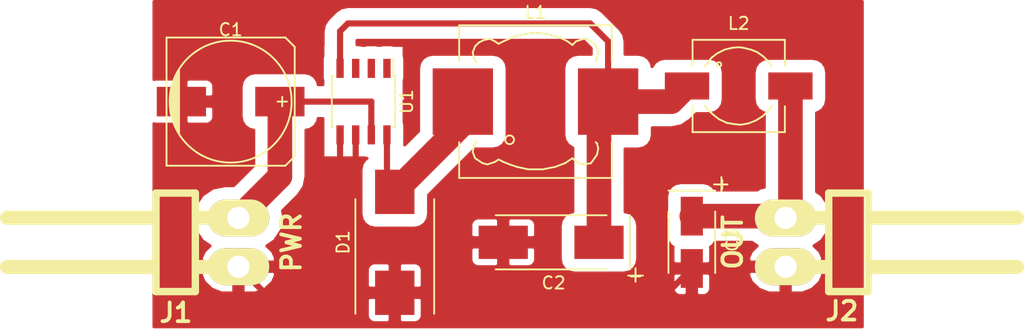
<source format=kicad_pcb>
(kicad_pcb (version 4) (host pcbnew "(after 2015-mar-04 BZR unknown)-product")

  (general
    (links 16)
    (no_connects 0)
    (area 107.375999 77.561 191.074001 107.5032)
    (thickness 1.6)
    (drawings 0)
    (tracks 46)
    (zones 0)
    (modules 9)
    (nets 6)
  )

  (page A4)
  (layers
    (0 F.Cu signal)
    (31 B.Cu signal)
    (32 B.Adhes user)
    (33 F.Adhes user)
    (34 B.Paste user)
    (35 F.Paste user)
    (36 B.SilkS user)
    (37 F.SilkS user)
    (38 B.Mask user)
    (39 F.Mask user)
    (40 Dwgs.User user)
    (41 Cmts.User user)
    (42 Eco1.User user)
    (43 Eco2.User user)
    (44 Edge.Cuts user)
  )

  (setup
    (last_trace_width 0.254)
    (user_trace_width 0.5)
    (user_trace_width 0.508)
    (user_trace_width 1)
    (user_trace_width 1.5)
    (user_trace_width 2)
    (user_trace_width 3)
    (user_trace_width 4)
    (user_trace_width 5)
    (trace_clearance 0.254)
    (zone_clearance 1)
    (zone_45_only no)
    (trace_min 0.254)
    (segment_width 0.2)
    (edge_width 0.1)
    (via_size 0.889)
    (via_drill 0.635)
    (via_min_size 0.889)
    (via_min_drill 0.508)
    (user_via 1.7 0.8)
    (uvia_size 0.508)
    (uvia_drill 0.127)
    (uvias_allowed no)
    (uvia_min_size 0.508)
    (uvia_min_drill 0.127)
    (pcb_text_width 0.3)
    (pcb_text_size 1.5 1.5)
    (mod_edge_width 0.15)
    (mod_text_size 1 1)
    (mod_text_width 0.15)
    (pad_size 2.2 2.2)
    (pad_drill 1.2)
    (pad_to_mask_clearance 0)
    (aux_axis_origin 0 0)
    (visible_elements 7FFFFFFF)
    (pcbplotparams
      (layerselection 0x00030_80000001)
      (usegerberextensions true)
      (excludeedgelayer true)
      (linewidth 0.150000)
      (plotframeref false)
      (viasonmask false)
      (mode 1)
      (useauxorigin false)
      (hpglpennumber 1)
      (hpglpenspeed 20)
      (hpglpendiameter 15)
      (hpglpenoverlay 2)
      (psnegative false)
      (psa4output false)
      (plotreference true)
      (plotvalue true)
      (plotinvisibletext false)
      (padsonsilk false)
      (subtractmaskfromsilk false)
      (outputformat 1)
      (mirror false)
      (drillshape 1)
      (scaleselection 1)
      (outputdirectory ""))
  )

  (net 0 "")
  (net 1 VDD)
  (net 2 GND)
  (net 3 "Net-(C2-Pad1)")
  (net 4 VCC)
  (net 5 "Net-(D1-Pad2)")

  (net_class Default "This is the default net class."
    (clearance 0.254)
    (trace_width 0.254)
    (via_dia 0.889)
    (via_drill 0.635)
    (uvia_dia 0.508)
    (uvia_drill 0.127)
    (add_net GND)
    (add_net "Net-(C2-Pad1)")
    (add_net "Net-(D1-Pad2)")
    (add_net VCC)
    (add_net VDD)
  )

  (module Capacitors_SMD:c_elec_10x10.5 (layer F.Cu) (tedit 0) (tstamp 55499713)
    (at 126.365 88.9)
    (descr "SMT capacitor, aluminium electrolytic, 10x10.5")
    (path /55493188)
    (fp_text reference C1 (at 0 -5.842) (layer F.SilkS)
      (effects (font (size 1 1) (thickness 0.15)))
    )
    (fp_text value 100uF/63V (at 0 5.842) (layer F.Fab)
      (effects (font (size 1 1) (thickness 0.15)))
    )
    (fp_line (start -4.826 1.016) (end -4.826 -1.016) (layer F.SilkS) (width 0.15))
    (fp_line (start -4.699 -1.397) (end -4.699 1.524) (layer F.SilkS) (width 0.15))
    (fp_line (start -4.572 1.778) (end -4.572 -1.778) (layer F.SilkS) (width 0.15))
    (fp_line (start -4.445 -2.159) (end -4.445 2.159) (layer F.SilkS) (width 0.15))
    (fp_line (start -4.318 2.413) (end -4.318 -2.413) (layer F.SilkS) (width 0.15))
    (fp_line (start -4.191 -2.54) (end -4.191 2.54) (layer F.SilkS) (width 0.15))
    (fp_circle (center 0 0) (end 4.953 0) (layer F.SilkS) (width 0.15))
    (fp_line (start -5.207 -5.207) (end -5.207 5.207) (layer F.SilkS) (width 0.15))
    (fp_line (start -5.207 5.207) (end 4.445 5.207) (layer F.SilkS) (width 0.15))
    (fp_line (start 4.445 5.207) (end 5.207 4.445) (layer F.SilkS) (width 0.15))
    (fp_line (start 5.207 4.445) (end 5.207 -4.445) (layer F.SilkS) (width 0.15))
    (fp_line (start 5.207 -4.445) (end 4.445 -5.207) (layer F.SilkS) (width 0.15))
    (fp_line (start 4.445 -5.207) (end -5.207 -5.207) (layer F.SilkS) (width 0.15))
    (fp_line (start 4.572 0) (end 3.81 0) (layer F.SilkS) (width 0.15))
    (fp_line (start 4.191 -0.381) (end 4.191 0.381) (layer F.SilkS) (width 0.15))
    (pad 1 smd rect (at 4.0005 0) (size 4.0005 2.4003) (layers F.Cu F.Paste F.Mask)
      (net 1 VDD))
    (pad 2 smd rect (at -4.0005 0) (size 4.0005 2.4003) (layers F.Cu F.Paste F.Mask)
      (net 2 GND))
    (model Capacitors_SMD.3dshapes/c_elec_10x10.5.wrl
      (at (xyz 0 0 0))
      (scale (xyz 1 1 1))
      (rotate (xyz 0 0 0))
    )
  )

  (module Capacitors_Tantalum_SMD:TantalC_SizeD_EIA-7343_HandSoldering (layer F.Cu) (tedit 0) (tstamp 5549971F)
    (at 152.4 100.33 180)
    (descr "Tantal Cap. , Size D, EIA-7343, Hand Soldering,")
    (tags "Tantal Cap. , Size D, EIA-7343, Hand Soldering,")
    (path /54950B42)
    (attr smd)
    (fp_text reference C2 (at -0.20066 -3.29946 180) (layer F.SilkS)
      (effects (font (size 1 1) (thickness 0.15)))
    )
    (fp_text value "220uF/10V Tantalum" (at -0.09906 3.59918 180) (layer F.Fab)
      (effects (font (size 1 1) (thickness 0.15)))
    )
    (fp_line (start -6.40334 -2.19964) (end -6.40334 2.19964) (layer F.SilkS) (width 0.15))
    (fp_line (start -4.50088 2.19964) (end 4.50088 2.19964) (layer F.SilkS) (width 0.15))
    (fp_line (start 4.50088 -2.19964) (end -4.50088 -2.19964) (layer F.SilkS) (width 0.15))
    (fp_text user + (at -6.85546 -2.70002 180) (layer F.SilkS)
      (effects (font (size 1 1) (thickness 0.15)))
    )
    (fp_line (start -6.858 -3.20294) (end -6.858 -2.10312) (layer F.SilkS) (width 0.15))
    (fp_line (start -7.45744 -2.70256) (end -6.25856 -2.70256) (layer F.SilkS) (width 0.15))
    (pad 2 smd rect (at 3.88874 0 180) (size 4.0005 2.70002) (layers F.Cu F.Paste F.Mask)
      (net 2 GND))
    (pad 1 smd rect (at -3.88874 0 180) (size 4.0005 2.70002) (layers F.Cu F.Paste F.Mask)
      (net 3 "Net-(C2-Pad1)"))
    (model Capacitors_Tantalum_SMD.3dshapes/TantalC_SizeD_EIA-7343_HandSoldering.wrl
      (at (xyz 0 0 0))
      (scale (xyz 1 1 1))
      (rotate (xyz 0 0 180))
    )
  )

  (module Capacitors_Tantalum_SMD:TantalC_SizeB_EIA-3528_HandSoldering (layer F.Cu) (tedit 0) (tstamp 5549972B)
    (at 163.83 100.33 270)
    (descr "Tantal Cap. , Size B, EIA-3528, Hand Soldering,")
    (tags "Tantal Cap. , Size B, EIA-3528, Hand Soldering,")
    (path /55493076)
    (attr smd)
    (fp_text reference C3 (at -0.20066 -3.29946 270) (layer F.SilkS)
      (effects (font (size 1 1) (thickness 0.15)))
    )
    (fp_text value "100uF/6.3V Tantalum" (at -0.09906 3.59918 270) (layer F.Fab)
      (effects (font (size 1 1) (thickness 0.15)))
    )
    (fp_text user + (at -4.70154 -2.4003 270) (layer F.SilkS)
      (effects (font (size 1 1) (thickness 0.15)))
    )
    (fp_line (start -4.20116 -1.89992) (end -4.20116 1.89992) (layer F.SilkS) (width 0.15))
    (fp_line (start 2.49936 -1.89992) (end -2.49936 -1.89992) (layer F.SilkS) (width 0.15))
    (fp_line (start 2.49682 1.89992) (end -2.5019 1.89992) (layer F.SilkS) (width 0.15))
    (fp_line (start -4.70408 -2.90322) (end -4.70408 -1.8034) (layer F.SilkS) (width 0.15))
    (fp_line (start -5.30352 -2.40284) (end -4.10464 -2.40284) (layer F.SilkS) (width 0.15))
    (pad 2 smd rect (at 2.12598 0 270) (size 3.1496 1.80086) (layers F.Cu F.Paste F.Mask)
      (net 2 GND))
    (pad 1 smd rect (at -2.12598 0 270) (size 3.1496 1.80086) (layers F.Cu F.Paste F.Mask)
      (net 4 VCC))
    (model Capacitors_Tantalum_SMD.3dshapes/TantalC_SizeB_EIA-3528_HandSoldering.wrl
      (at (xyz 0 0 0))
      (scale (xyz 1 1 1))
      (rotate (xyz 0 0 180))
    )
  )

  (module Diodes_SMD:Diode-DO-214AB_Handsoldering (layer F.Cu) (tedit 55429DAE) (tstamp 55499737)
    (at 139.7 100.33 90)
    (descr "Jedec DO-214AB diode package. Designed according to Fairchild SS32 datasheet.")
    (tags "DO-214AB diode Handsoldering")
    (path /54950B41)
    (fp_text reference D1 (at 0 -4.2 90) (layer F.SilkS)
      (effects (font (size 1 1) (thickness 0.15)))
    )
    (fp_text value SS14 (at 0 4.6 90) (layer F.Fab)
      (effects (font (size 1 1) (thickness 0.15)))
    )
    (fp_line (start -6.15 -3.45) (end 6.15 -3.45) (layer F.CrtYd) (width 0.05))
    (fp_line (start 6.15 -3.45) (end 6.15 3.45) (layer F.CrtYd) (width 0.05))
    (fp_line (start 6.15 3.45) (end -6.15 3.45) (layer F.CrtYd) (width 0.05))
    (fp_line (start -6.15 3.45) (end -6.15 -3.45) (layer F.CrtYd) (width 0.05))
    (fp_line (start 3.5 3.2) (end -5.8 3.2) (layer F.SilkS) (width 0.15))
    (fp_line (start -5.8 -3.2) (end 3.5 -3.2) (layer F.SilkS) (width 0.15))
    (pad 2 smd rect (at 4.1 0 90) (size 3.6 3.2) (layers F.Cu F.Paste F.Mask)
      (net 5 "Net-(D1-Pad2)"))
    (pad 1 smd rect (at -4.1 0 90) (size 3.6 3.2) (layers F.Cu F.Paste F.Mask)
      (net 2 GND))
    (model Diodes_SMD.3dshapes/Diode-DO-214AB.wrl
      (at (xyz 0 0 0))
      (scale (xyz 0.39 0.39 0.39))
      (rotate (xyz 0 0 180))
    )
  )

  (module suf_connector_ncw:CONN_NCW396-02R (layer F.Cu) (tedit 5559C303) (tstamp 55499745)
    (at 127 100.33 90)
    (path /54950B37)
    (fp_text reference J1 (at -5.715 -5.08 180) (layer F.SilkS)
      (effects (font (thickness 0.3048)))
    )
    (fp_text value PWR (at 0 4.3 90) (layer F.SilkS)
      (effects (font (thickness 0.3048)))
    )
    (fp_line (start 2 -7) (end 2 -18.8) (layer F.SilkS) (width 1.14))
    (fp_line (start -2 -7) (end -2 -18.8) (layer F.SilkS) (width 1.14))
    (fp_line (start 2 0) (end 2 -3.2) (layer F.SilkS) (width 1.14))
    (fp_line (start -2 0) (end -2 -3.2) (layer F.SilkS) (width 1.14))
    (fp_line (start -4 -3.5) (end -4 -6.7) (layer F.SilkS) (width 0.6))
    (fp_line (start 4 -3.5) (end 4 -6.7) (layer F.SilkS) (width 0.6))
    (fp_line (start -4.0005 -6.6995) (end 4.0005 -6.6995) (layer F.SilkS) (width 0.6))
    (fp_line (start -4.0005 -3.50126) (end 4.0005 -3.50126) (layer F.SilkS) (width 0.6))
    (pad 1 thru_hole oval (at -1.9812 0 90) (size 2.99974 5.00126) (drill 1.80086) (layers *.Cu *.Mask F.SilkS)
      (net 2 GND))
    (pad 2 thru_hole oval (at 1.9812 0 90) (size 2.99974 5.00126) (drill 1.80086) (layers *.Cu *.Mask F.SilkS)
      (net 1 VDD))
  )

  (module suf_connector_ncw:CONN_NCW396-02R (layer F.Cu) (tedit 5559C2F7) (tstamp 55499753)
    (at 171.45 100.33 270)
    (path /5549955A)
    (fp_text reference J2 (at 5.588 -4.572 360) (layer F.SilkS)
      (effects (font (thickness 0.3048)))
    )
    (fp_text value OUT (at 0 4.3 270) (layer F.SilkS)
      (effects (font (thickness 0.3048)))
    )
    (fp_line (start 2 -7) (end 2 -18.8) (layer F.SilkS) (width 1.14))
    (fp_line (start -2 -7) (end -2 -18.8) (layer F.SilkS) (width 1.14))
    (fp_line (start 2 0) (end 2 -3.2) (layer F.SilkS) (width 1.14))
    (fp_line (start -2 0) (end -2 -3.2) (layer F.SilkS) (width 1.14))
    (fp_line (start -4 -3.5) (end -4 -6.7) (layer F.SilkS) (width 0.6))
    (fp_line (start 4 -3.5) (end 4 -6.7) (layer F.SilkS) (width 0.6))
    (fp_line (start -4.0005 -6.6995) (end 4.0005 -6.6995) (layer F.SilkS) (width 0.6))
    (fp_line (start -4.0005 -3.50126) (end 4.0005 -3.50126) (layer F.SilkS) (width 0.6))
    (pad 1 thru_hole oval (at -1.9812 0 270) (size 2.99974 5.00126) (drill 1.80086) (layers *.Cu *.Mask F.SilkS)
      (net 4 VCC))
    (pad 2 thru_hole oval (at 1.9812 0 270) (size 2.99974 5.00126) (drill 1.80086) (layers *.Cu *.Mask F.SilkS)
      (net 2 GND))
  )

  (module Choke_SMD:Choke_SMD_Wuerth-WE-PD-Typ-LS_Handsoldering (layer F.Cu) (tedit 5559C2E8) (tstamp 55499798)
    (at 151.13 88.9)
    (descr "Choke, Drossel, WE-PD Typ LS, Wuerth, SMD, Handsoldering,")
    (tags "Choke, Drossel, WE-PD Typ LS, Wuerth, SMD, Handsoldering,")
    (path /54950B40)
    (attr smd)
    (fp_text reference L1 (at 0 -7.239) (layer F.SilkS)
      (effects (font (size 1 1) (thickness 0.15)))
    )
    (fp_text value 100uH (at 0 8.89) (layer F.Fab)
      (effects (font (size 1 1) (thickness 0.15)))
    )
    (fp_circle (center 0 0) (end 0.8 0) (layer F.Adhes) (width 0.3048))
    (fp_circle (center 0 0) (end 0.6 0) (layer F.Adhes) (width 0.3048))
    (fp_circle (center 0 0) (end 0.3 0) (layer F.Adhes) (width 0.3048))
    (fp_circle (center 0 0) (end 0.1 0) (layer F.Adhes) (width 0.3048))
    (fp_circle (center -2.10058 3.0988) (end -1.84912 3.35026) (layer F.SilkS) (width 0.15))
    (fp_line (start 4.89966 3.29946) (end 5.00126 3.40106) (layer F.SilkS) (width 0.15))
    (fp_line (start 5.00126 3.40106) (end 5.10032 3.79984) (layer F.SilkS) (width 0.15))
    (fp_line (start 5.10032 3.79984) (end 5.00126 4.30022) (layer F.SilkS) (width 0.15))
    (fp_line (start 5.00126 4.30022) (end 4.8006 4.59994) (layer F.SilkS) (width 0.15))
    (fp_line (start 4.8006 4.59994) (end 4.50088 5.00126) (layer F.SilkS) (width 0.15))
    (fp_line (start 4.50088 5.00126) (end 4.0005 5.10032) (layer F.SilkS) (width 0.15))
    (fp_line (start 4.0005 5.10032) (end 3.50012 5.00126) (layer F.SilkS) (width 0.15))
    (fp_line (start 3.50012 5.00126) (end 3.0988 4.699) (layer F.SilkS) (width 0.15))
    (fp_line (start 3.0988 4.699) (end 2.99974 4.59994) (layer F.SilkS) (width 0.15))
    (fp_line (start 2.99974 4.59994) (end 2.4003 5.00126) (layer F.SilkS) (width 0.15))
    (fp_line (start 2.4003 5.00126) (end 1.6002 5.30098) (layer F.SilkS) (width 0.15))
    (fp_line (start 1.6002 5.30098) (end 0.59944 5.4991) (layer F.SilkS) (width 0.15))
    (fp_line (start 0.59944 5.4991) (end -0.59944 5.4991) (layer F.SilkS) (width 0.15))
    (fp_line (start -0.59944 5.4991) (end -1.50114 5.30098) (layer F.SilkS) (width 0.15))
    (fp_line (start -1.50114 5.30098) (end -2.10058 5.10032) (layer F.SilkS) (width 0.15))
    (fp_line (start -2.10058 5.10032) (end -2.60096 4.89966) (layer F.SilkS) (width 0.15))
    (fp_line (start -2.60096 4.89966) (end -2.99974 4.699) (layer F.SilkS) (width 0.15))
    (fp_line (start -2.99974 4.699) (end -3.29946 4.89966) (layer F.SilkS) (width 0.15))
    (fp_line (start -3.29946 4.89966) (end -3.8989 5.10032) (layer F.SilkS) (width 0.15))
    (fp_line (start -3.8989 5.10032) (end -4.30022 5.00126) (layer F.SilkS) (width 0.15))
    (fp_line (start -4.30022 5.00126) (end -4.59994 4.8006) (layer F.SilkS) (width 0.15))
    (fp_line (start -4.59994 4.8006) (end -4.89966 4.59994) (layer F.SilkS) (width 0.15))
    (fp_line (start -4.89966 4.59994) (end -5.10032 4.09956) (layer F.SilkS) (width 0.15))
    (fp_line (start -5.10032 4.09956) (end -5.00126 3.59918) (layer F.SilkS) (width 0.15))
    (fp_line (start -5.00126 3.59918) (end -4.8006 3.2004) (layer F.SilkS) (width 0.15))
    (fp_line (start 4.89966 -3.29946) (end 5.00126 -3.59918) (layer F.SilkS) (width 0.15))
    (fp_line (start 5.00126 -3.59918) (end 5.10032 -4.0005) (layer F.SilkS) (width 0.15))
    (fp_line (start 5.10032 -4.0005) (end 5.00126 -4.30022) (layer F.SilkS) (width 0.15))
    (fp_line (start 5.00126 -4.30022) (end 4.8006 -4.699) (layer F.SilkS) (width 0.15))
    (fp_line (start 4.8006 -4.699) (end 4.50088 -4.89966) (layer F.SilkS) (width 0.15))
    (fp_line (start 4.50088 -4.89966) (end 4.20116 -5.10032) (layer F.SilkS) (width 0.15))
    (fp_line (start 4.20116 -5.10032) (end 3.8989 -5.10032) (layer F.SilkS) (width 0.15))
    (fp_line (start 3.8989 -5.10032) (end 3.59918 -5.00126) (layer F.SilkS) (width 0.15))
    (fp_line (start 3.59918 -5.00126) (end 3.29946 -4.89966) (layer F.SilkS) (width 0.15))
    (fp_line (start 3.29946 -4.89966) (end 2.99974 -4.59994) (layer F.SilkS) (width 0.15))
    (fp_line (start 2.99974 -4.59994) (end 2.60096 -4.89966) (layer F.SilkS) (width 0.15))
    (fp_line (start 2.60096 -4.89966) (end 2.19964 -5.10032) (layer F.SilkS) (width 0.15))
    (fp_line (start 2.19964 -5.10032) (end 1.69926 -5.30098) (layer F.SilkS) (width 0.15))
    (fp_line (start 1.69926 -5.30098) (end 0.89916 -5.4991) (layer F.SilkS) (width 0.15))
    (fp_line (start 0.89916 -5.4991) (end 0 -5.6007) (layer F.SilkS) (width 0.15))
    (fp_line (start 0 -5.6007) (end -0.8001 -5.4991) (layer F.SilkS) (width 0.15))
    (fp_line (start -0.8001 -5.4991) (end -1.69926 -5.30098) (layer F.SilkS) (width 0.15))
    (fp_line (start -1.69926 -5.30098) (end -2.60096 -4.89966) (layer F.SilkS) (width 0.15))
    (fp_line (start -2.60096 -4.89966) (end -2.99974 -4.699) (layer F.SilkS) (width 0.15))
    (fp_line (start -2.99974 -4.699) (end -3.29946 -4.89966) (layer F.SilkS) (width 0.15))
    (fp_line (start -3.29946 -4.89966) (end -3.70078 -5.10032) (layer F.SilkS) (width 0.15))
    (fp_line (start -3.70078 -5.10032) (end -4.20116 -5.00126) (layer F.SilkS) (width 0.15))
    (fp_line (start -4.20116 -5.00126) (end -4.59994 -4.8006) (layer F.SilkS) (width 0.15))
    (fp_line (start -4.59994 -4.8006) (end -4.89966 -4.50088) (layer F.SilkS) (width 0.15))
    (fp_line (start -4.89966 -4.50088) (end -5.10032 -4.0005) (layer F.SilkS) (width 0.15))
    (fp_line (start -5.10032 -4.0005) (end -5.00126 -3.50012) (layer F.SilkS) (width 0.15))
    (fp_line (start -5.00126 -3.50012) (end -4.8006 -3.2004) (layer F.SilkS) (width 0.15))
    (fp_line (start -6.20014 3.29946) (end -6.20014 6.20014) (layer F.SilkS) (width 0.15))
    (fp_line (start -6.20014 6.20014) (end 6.20014 6.20014) (layer F.SilkS) (width 0.15))
    (fp_line (start 6.20014 6.20014) (end 6.20014 3.29946) (layer F.SilkS) (width 0.15))
    (fp_line (start 6.20014 -6.20014) (end -6.20014 -6.20014) (layer F.SilkS) (width 0.15))
    (fp_line (start -6.20014 -6.20014) (end -6.20014 -3.29946) (layer F.SilkS) (width 0.15))
    (fp_line (start 6.20014 -6.20014) (end 6.20014 -3.29946) (layer F.SilkS) (width 0.15))
    (pad 1 smd rect (at -5.90042 0) (size 4.89966 5.40004) (layers F.Cu F.Paste F.Mask)
      (net 5 "Net-(D1-Pad2)"))
    (pad 2 smd rect (at 5.90042 0) (size 4.89966 5.40004) (layers F.Cu F.Paste F.Mask)
      (net 3 "Net-(C2-Pad1)"))
  )

  (module Choke_SMD:Choke_SMD_Wuerth-WE-PD-Typ-M-Typ-S_Handsoldering (layer F.Cu) (tedit 5559C2DD) (tstamp 554997BC)
    (at 167.64 87.63)
    (descr "Choke, Drossel, WE-PD, Typ M, Typ S, Wuerth, SMD, Handsoldering,")
    (tags "Choke, Drossel, WE-PD, Typ M, Typ S, Wuerth, SMD, Handsoldering,")
    (path /55493044)
    (attr smd)
    (fp_text reference L2 (at 0 -5.08) (layer F.SilkS)
      (effects (font (size 1 1) (thickness 0.15)))
    )
    (fp_text value 3.3uH (at 0 8.89) (layer F.Fab)
      (effects (font (size 1 1) (thickness 0.15)))
    )
    (fp_circle (center -1.6002 -1.75006) (end -1.50114 -1.6002) (layer F.SilkS) (width 0.15))
    (fp_line (start -2.75082 1.6002) (end -2.49936 1.95072) (layer F.SilkS) (width 0.15))
    (fp_line (start -2.49936 1.95072) (end -2.04978 2.3495) (layer F.SilkS) (width 0.15))
    (fp_line (start -2.04978 2.3495) (end -1.6002 2.70002) (layer F.SilkS) (width 0.15))
    (fp_line (start -1.6002 2.70002) (end -0.94996 2.99974) (layer F.SilkS) (width 0.15))
    (fp_line (start -0.94996 2.99974) (end -0.35052 3.0988) (layer F.SilkS) (width 0.15))
    (fp_line (start -0.35052 3.0988) (end 0.14986 3.1496) (layer F.SilkS) (width 0.15))
    (fp_line (start 0.14986 3.1496) (end 0.7493 3.05054) (layer F.SilkS) (width 0.15))
    (fp_line (start 0.7493 3.05054) (end 1.39954 2.79908) (layer F.SilkS) (width 0.15))
    (fp_line (start 1.39954 2.79908) (end 1.95072 2.4511) (layer F.SilkS) (width 0.15))
    (fp_line (start 1.95072 2.4511) (end 2.4003 1.99898) (layer F.SilkS) (width 0.15))
    (fp_line (start 2.4003 1.99898) (end 2.70002 1.6002) (layer F.SilkS) (width 0.15))
    (fp_line (start 2.70002 -1.6002) (end 2.4511 -1.95072) (layer F.SilkS) (width 0.15))
    (fp_line (start 2.4511 -1.95072) (end 1.99898 -2.4003) (layer F.SilkS) (width 0.15))
    (fp_line (start 1.99898 -2.4003) (end 1.50114 -2.75082) (layer F.SilkS) (width 0.15))
    (fp_line (start 1.50114 -2.75082) (end 1.00076 -2.94894) (layer F.SilkS) (width 0.15))
    (fp_line (start 1.00076 -2.94894) (end 0.39878 -3.0988) (layer F.SilkS) (width 0.15))
    (fp_line (start 0.39878 -3.0988) (end 0 -3.1496) (layer F.SilkS) (width 0.15))
    (fp_line (start 0 -3.1496) (end -0.55118 -3.0988) (layer F.SilkS) (width 0.15))
    (fp_line (start -0.55118 -3.0988) (end -1.15062 -2.94894) (layer F.SilkS) (width 0.15))
    (fp_line (start -1.15062 -2.94894) (end -1.75006 -2.64922) (layer F.SilkS) (width 0.15))
    (fp_line (start -1.75006 -2.64922) (end -2.19964 -2.30124) (layer F.SilkS) (width 0.15))
    (fp_line (start -2.19964 -2.30124) (end -2.55016 -1.84912) (layer F.SilkS) (width 0.15))
    (fp_line (start -2.55016 -1.84912) (end -2.75082 -1.6002) (layer F.SilkS) (width 0.15))
    (fp_line (start 3.74904 -3.74904) (end 3.74904 -1.651) (layer F.SilkS) (width 0.15))
    (fp_line (start -3.74904 1.651) (end -3.74904 3.74904) (layer F.SilkS) (width 0.15))
    (fp_line (start -3.74904 3.74904) (end 3.74904 3.74904) (layer F.SilkS) (width 0.15))
    (fp_line (start 3.74904 3.74904) (end 3.74904 1.651) (layer F.SilkS) (width 0.15))
    (fp_line (start 3.74904 -3.74904) (end -3.74904 -3.74904) (layer F.SilkS) (width 0.15))
    (fp_line (start -3.74904 -3.74904) (end -3.74904 -1.651) (layer F.SilkS) (width 0.15))
    (pad 1 smd rect (at -4.20116 0) (size 3.59918 2.19964) (layers F.Cu F.Paste F.Mask)
      (net 3 "Net-(C2-Pad1)"))
    (pad 2 smd rect (at 4.20116 0) (size 3.59918 2.19964) (layers F.Cu F.Paste F.Mask)
      (net 4 VCC))
  )

  (module Housings_SOIC:SOIC-8_3.9x4.9mm_Pitch1.27mm (layer F.Cu) (tedit 54130A77) (tstamp 554997D3)
    (at 137.16 88.9 270)
    (descr "8-Lead Plastic Small Outline (SN) - Narrow, 3.90 mm Body [SOIC] (see Microchip Packaging Specification 00000049BS.pdf)")
    (tags "SOIC 1.27")
    (path /54950B3E)
    (attr smd)
    (fp_text reference U1 (at 0 -3.5 270) (layer F.SilkS)
      (effects (font (size 1 1) (thickness 0.15)))
    )
    (fp_text value LM2594HVM-3.3 (at 0 3.5 270) (layer F.Fab)
      (effects (font (size 1 1) (thickness 0.15)))
    )
    (fp_line (start -3.75 -2.75) (end -3.75 2.75) (layer F.CrtYd) (width 0.05))
    (fp_line (start 3.75 -2.75) (end 3.75 2.75) (layer F.CrtYd) (width 0.05))
    (fp_line (start -3.75 -2.75) (end 3.75 -2.75) (layer F.CrtYd) (width 0.05))
    (fp_line (start -3.75 2.75) (end 3.75 2.75) (layer F.CrtYd) (width 0.05))
    (fp_line (start -2.075 -2.575) (end -2.075 -2.43) (layer F.SilkS) (width 0.15))
    (fp_line (start 2.075 -2.575) (end 2.075 -2.43) (layer F.SilkS) (width 0.15))
    (fp_line (start 2.075 2.575) (end 2.075 2.43) (layer F.SilkS) (width 0.15))
    (fp_line (start -2.075 2.575) (end -2.075 2.43) (layer F.SilkS) (width 0.15))
    (fp_line (start -2.075 -2.575) (end 2.075 -2.575) (layer F.SilkS) (width 0.15))
    (fp_line (start -2.075 2.575) (end 2.075 2.575) (layer F.SilkS) (width 0.15))
    (fp_line (start -2.075 -2.43) (end -3.475 -2.43) (layer F.SilkS) (width 0.15))
    (pad 1 smd rect (at -2.7 -1.905 270) (size 1.55 0.6) (layers F.Cu F.Paste F.Mask))
    (pad 2 smd rect (at -2.7 -0.635 270) (size 1.55 0.6) (layers F.Cu F.Paste F.Mask))
    (pad 3 smd rect (at -2.7 0.635 270) (size 1.55 0.6) (layers F.Cu F.Paste F.Mask))
    (pad 4 smd rect (at -2.7 1.905 270) (size 1.55 0.6) (layers F.Cu F.Paste F.Mask)
      (net 3 "Net-(C2-Pad1)"))
    (pad 5 smd rect (at 2.7 1.905 270) (size 1.55 0.6) (layers F.Cu F.Paste F.Mask)
      (net 2 GND))
    (pad 6 smd rect (at 2.7 0.635 270) (size 1.55 0.6) (layers F.Cu F.Paste F.Mask)
      (net 2 GND))
    (pad 7 smd rect (at 2.7 -0.635 270) (size 1.55 0.6) (layers F.Cu F.Paste F.Mask)
      (net 1 VDD))
    (pad 8 smd rect (at 2.7 -1.905 270) (size 1.55 0.6) (layers F.Cu F.Paste F.Mask)
      (net 5 "Net-(D1-Pad2)"))
    (model Housings_SOIC.3dshapes/SOIC-8_3.9x4.9mm_Pitch1.27mm.wrl
      (at (xyz 0 0 0))
      (scale (xyz 1 1 1))
      (rotate (xyz 0 0 0))
    )
  )

  (segment (start 137.795 88.9) (end 137.795 91.6) (width 0.5) (layer F.Cu) (net 1) (tstamp 554ADDCB))
  (segment (start 130.3655 88.9) (end 137.795 88.9) (width 0.5) (layer F.Cu) (net 1))
  (segment (start 130.3655 94.9833) (end 130.3655 88.9) (width 2) (layer F.Cu) (net 1) (tstamp 554ADDD9))
  (segment (start 127 98.3488) (end 130.3655 94.9833) (width 2) (layer F.Cu) (net 1))
  (segment (start 139.6005 104.3305) (end 139.7 104.43) (width 0.5) (layer F.Cu) (net 2) (tstamp 554A8232))
  (segment (start 136.525 104.3305) (end 139.6005 104.3305) (width 0.5) (layer F.Cu) (net 2) (tstamp 554A823D))
  (segment (start 135.255 104.3305) (end 136.525 104.3305) (width 0.5) (layer F.Cu) (net 2) (tstamp 554A8252))
  (segment (start 136.525 104.14) (end 136.525 104.3305) (width 0.5) (layer F.Cu) (net 2) (tstamp 554A823C))
  (segment (start 136.525 104.3305) (end 136.525 104.14) (width 0.5) (layer F.Cu) (net 2) (tstamp 554A8239))
  (segment (start 136.525 91.6) (end 136.525 104.3305) (width 0.5) (layer F.Cu) (net 2))
  (segment (start 135.255 104.14) (end 135.255 104.3305) (width 0.5) (layer F.Cu) (net 2) (tstamp 554A8251))
  (segment (start 135.255 104.3305) (end 135.255 104.14) (width 0.5) (layer F.Cu) (net 2) (tstamp 554A824D))
  (segment (start 135.255 91.6) (end 135.255 104.3305) (width 0.5) (layer F.Cu) (net 2))
  (segment (start 161.85598 104.43) (end 163.83 102.45598) (width 0.5) (layer F.Cu) (net 2) (tstamp 554A825D))
  (segment (start 148.59 104.43) (end 161.85598 104.43) (width 0.5) (layer F.Cu) (net 2) (tstamp 554A826A))
  (segment (start 139.7 104.43) (end 148.59 104.43) (width 0.5) (layer F.Cu) (net 2))
  (segment (start 148.59 100.40874) (end 148.51126 100.33) (width 0.5) (layer F.Cu) (net 2) (tstamp 554A826C))
  (segment (start 148.59 104.43) (end 148.59 100.40874) (width 0.5) (layer F.Cu) (net 2))
  (segment (start 163.97478 102.3112) (end 163.83 102.45598) (width 0.5) (layer F.Cu) (net 2) (tstamp 554A827A))
  (segment (start 171.45 102.3112) (end 163.97478 102.3112) (width 0.5) (layer F.Cu) (net 2))
  (segment (start 129.0193 104.3305) (end 127 102.3112) (width 0.5) (layer F.Cu) (net 2) (tstamp 554ADE3C))
  (segment (start 135.255 104.3305) (end 129.0193 104.3305) (width 0.5) (layer F.Cu) (net 2))
  (segment (start 123.2662 102.3112) (end 122.3645 101.4095) (width 0.5) (layer F.Cu) (net 2) (tstamp 554ADE46))
  (segment (start 122.3645 101.4095) (end 122.3645 88.9) (width 0.5) (layer F.Cu) (net 2) (tstamp 554ADE4B))
  (segment (start 127 102.3112) (end 123.2662 102.3112) (width 0.5) (layer F.Cu) (net 2))
  (segment (start 157.03042 99.58832) (end 156.28874 100.33) (width 0.5) (layer F.Cu) (net 3) (tstamp 554A80AF))
  (segment (start 158.30042 87.63) (end 157.03042 88.9) (width 0.5) (layer F.Cu) (net 3) (tstamp 554A8101))
  (segment (start 157.03042 84.00542) (end 155.575 82.55) (width 0.5) (layer F.Cu) (net 3) (tstamp 554A8355))
  (segment (start 155.575 82.55) (end 135.89 82.55) (width 0.5) (layer F.Cu) (net 3) (tstamp 554A835B))
  (segment (start 135.89 82.55) (end 135.255 83.185) (width 0.5) (layer F.Cu) (net 3) (tstamp 554A835C))
  (segment (start 135.255 83.185) (end 135.255 86.2) (width 0.5) (layer F.Cu) (net 3) (tstamp 554A835E))
  (segment (start 157.03042 88.9) (end 157.03042 84.00542) (width 0.5) (layer F.Cu) (net 3))
  (segment (start 162.16884 88.9) (end 157.03042 88.9) (width 2) (layer F.Cu) (net 3) (tstamp 554A8685))
  (segment (start 163.43884 87.63) (end 162.16884 88.9) (width 2) (layer F.Cu) (net 3))
  (segment (start 156.28874 89.64168) (end 156.28874 100.33) (width 2) (layer F.Cu) (net 3) (tstamp 554A868A))
  (segment (start 157.03042 88.9) (end 156.28874 89.64168) (width 2) (layer F.Cu) (net 3))
  (segment (start 171.30522 98.20402) (end 171.45 98.3488) (width 2) (layer F.Cu) (net 4) (tstamp 554A85CA))
  (segment (start 163.83 98.20402) (end 171.30522 98.20402) (width 2) (layer F.Cu) (net 4))
  (segment (start 171.84116 97.95764) (end 171.84116 87.63) (width 2) (layer F.Cu) (net 4) (tstamp 554A85CE))
  (segment (start 171.45 98.3488) (end 171.84116 97.95764) (width 2) (layer F.Cu) (net 4))
  (segment (start 139.065 95.595) (end 139.7 96.23) (width 0.5) (layer F.Cu) (net 5) (tstamp 554A7D52))
  (segment (start 139.065 93.345) (end 139.065 95.595) (width 0.5) (layer F.Cu) (net 5) (tstamp 554A7D65))
  (segment (start 139.065 91.6) (end 139.065 93.345) (width 0.5) (layer F.Cu) (net 5))
  (segment (start 145.22958 90.99042) (end 145.22958 88.9) (width 0.5) (layer F.Cu) (net 5) (tstamp 554A7D70))
  (segment (start 145.22958 90.70042) (end 145.22958 88.9) (width 2) (layer F.Cu) (net 5) (tstamp 554A86CD))
  (segment (start 139.7 96.23) (end 145.22958 90.70042) (width 2) (layer F.Cu) (net 5))

  (zone (net 2) (net_name GND) (layer F.Cu) (tstamp 554A8913) (hatch edge 0.508)
    (connect_pads (clearance 1))
    (min_thickness 0.254)
    (fill yes (arc_segments 16) (thermal_gap 0.508) (thermal_bridge_width 1))
    (polygon
      (pts
        (xy 177.8 107.315) (xy 120.015 107.315) (xy 120.015 80.645) (xy 177.8 80.645)
      )
    )
    (polygon
      (pts        (xy 140.335 93.345) (xy 140.335 84.455) (xy 133.985 84.455) (xy 133.985 93.345)
      )
    )
    (filled_polygon
      (pts
        (xy 177.673 107.188) (xy 175.148699 107.188) (xy 175.148699 98.3488) (xy 174.94874 97.34354) (xy 174.379307 96.491322)
        (xy 173.96816 96.216602) (xy 173.96816 89.815373) (xy 174.070471 89.795523) (xy 174.448157 89.547425) (xy 174.700976 89.172882)
        (xy 174.789829 88.72982) (xy 174.789829 86.53018) (xy 174.706453 86.100459) (xy 174.458355 85.722773) (xy 174.083812 85.469954)
        (xy 173.64075 85.381101) (xy 170.04157 85.381101) (xy 169.611849 85.464477) (xy 169.234163 85.712575) (xy 168.981344 86.087118)
        (xy 168.892491 86.53018) (xy 168.892491 88.72982) (xy 168.975867 89.159541) (xy 169.223965 89.537227) (xy 169.598508 89.790046)
        (xy 169.71416 89.813239) (xy 169.71416 95.85401) (xy 169.372911 95.921889) (xy 169.14074 96.07702) (xy 166.387509 96.07702)
        (xy 166.387509 88.72982) (xy 166.387509 86.53018) (xy 166.304133 86.100459) (xy 166.056035 85.722773) (xy 165.681492 85.469954)
        (xy 165.23843 85.381101) (xy 161.63925 85.381101) (xy 161.209529 85.464477) (xy 160.831843 85.712575) (xy 160.601088 86.054429)
        (xy 160.545953 85.770259) (xy 160.297855 85.392573) (xy 159.923312 85.139754) (xy 159.48025 85.050901) (xy 158.40742 85.050901)
        (xy 158.40742 84.00542) (xy 158.302602 83.478465) (xy 158.004106 83.031734) (xy 156.548686 81.576314) (xy 156.101955 81.277818)
        (xy 155.575 81.173) (xy 135.89 81.173) (xy 135.363045 81.277818) (xy 134.916314 81.576314) (xy 134.281314 82.211314)
        (xy 133.982818 82.658045) (xy 133.878 83.185) (xy 133.878 84.328) (xy 133.858 84.328) (xy 133.858 85.16531)
        (xy 133.805921 85.425) (xy 133.805921 86.975) (xy 133.858 87.243415) (xy 133.858 87.523) (xy 133.480515 87.523)
        (xy 133.431453 87.270129) (xy 133.183355 86.892443) (xy 132.808812 86.639624) (xy 132.36575 86.550771) (xy 128.36525 86.550771)
        (xy 127.935529 86.634147) (xy 127.557843 86.882245) (xy 127.305024 87.256788) (xy 127.216171 87.69985) (xy 127.216171 90.10015)
        (xy 127.299547 90.529871) (xy 127.547645 90.907557) (xy 127.922188 91.160376) (xy 128.2385 91.22381) (xy 128.2385 94.102268)
        (xy 126.618838 95.72193) (xy 125.928171 95.72193) (xy 124.99975 95.906604) (xy 124.99975 90.22646) (xy 124.99975 89.973841)
        (xy 124.99975 89.43175) (xy 124.99975 88.36825) (xy 124.99975 87.826159) (xy 124.99975 87.57354) (xy 124.903077 87.340151)
        (xy 124.724448 87.161523) (xy 124.491059 87.06485) (xy 122.89625 87.06485) (xy 122.7375 87.2236) (xy 122.7375 88.527)
        (xy 124.841 88.527) (xy 124.99975 88.36825) (xy 124.99975 89.43175) (xy 124.841 89.273) (xy 122.7375 89.273)
        (xy 122.7375 90.5764) (xy 122.89625 90.73515) (xy 124.491059 90.73515) (xy 124.724448 90.638477) (xy 124.903077 90.459849)
        (xy 124.99975 90.22646) (xy 124.99975 95.906604) (xy 124.922911 95.921889) (xy 124.070693 96.491322) (xy 123.50126 97.34354)
        (xy 123.301301 98.3488) (xy 123.50126 99.35406) (xy 124.070693 100.206278) (xy 124.691478 100.621073) (xy 124.225908 101.065369)
        (xy 123.981437 101.613962) (xy 124.058642 101.9382) (xy 126.627 101.9382) (xy 126.627 101.9182) (xy 127.373 101.9182)
        (xy 127.373 101.9382) (xy 129.941358 101.9382) (xy 130.018563 101.613962) (xy 129.774092 101.065369) (xy 129.308521 100.621073)
        (xy 129.929307 100.206278) (xy 130.49874 99.35406) (xy 130.698699 98.3488) (xy 130.584109 97.772722) (xy 131.869516 96.487316)
        (xy 132.330592 95.797268) (xy 132.330592 95.797267) (xy 132.4925 94.9833) (xy 132.4925 91.224636) (xy 132.795471 91.165853)
        (xy 133.173157 90.917755) (xy 133.425976 90.543212) (xy 133.479362 90.277) (xy 133.858 90.277) (xy 133.858 93.472)
        (xy 137.23531 93.472) (xy 137.442934 93.513637) (xy 137.292593 93.612395) (xy 137.039774 93.986938) (xy 136.950921 94.43)
        (xy 136.950921 98.03) (xy 137.034297 98.459721) (xy 137.282395 98.837407) (xy 137.656938 99.090226) (xy 138.1 99.179079)
        (xy 141.3 99.179079) (xy 141.729721 99.095703) (xy 142.107407 98.847605) (xy 142.360226 98.473062) (xy 142.449079 98.03)
        (xy 142.449079 96.488953) (xy 146.188933 92.749099) (xy 147.67941 92.749099) (xy 148.109131 92.665723) (xy 148.486817 92.417625)
        (xy 148.739636 92.043082) (xy 148.828489 91.60002) (xy 148.828489 86.19998) (xy 148.745113 85.770259) (xy 148.497015 85.392573)
        (xy 148.122472 85.139754) (xy 147.67941 85.050901) (xy 142.77975 85.050901) (xy 142.350029 85.134277) (xy 141.972343 85.382375)
        (xy 141.719524 85.756918) (xy 141.630671 86.19998) (xy 141.630671 91.291297) (xy 140.505828 92.416139) (xy 140.514079 92.375)
        (xy 140.514079 90.825) (xy 140.462 90.556584) (xy 140.462 87.234689) (xy 140.514079 86.975) (xy 140.514079 85.425)
        (xy 140.462 85.156584) (xy 140.462 84.328) (xy 139.624689 84.328) (xy 139.365 84.275921) (xy 138.765 84.275921)
        (xy 138.496584 84.328) (xy 138.354689 84.328) (xy 138.095 84.275921) (xy 137.495 84.275921) (xy 137.226584 84.328)
        (xy 137.084689 84.328) (xy 136.825 84.275921) (xy 136.632 84.275921) (xy 136.632 83.927) (xy 155.004628 83.927)
        (xy 155.65342 84.575792) (xy 155.65342 85.050901) (xy 154.58059 85.050901) (xy 154.150869 85.134277) (xy 153.773183 85.382375)
        (xy 153.520364 85.756918) (xy 153.431511 86.19998) (xy 153.431511 91.60002) (xy 153.514887 92.029741) (xy 153.762985 92.407427)
        (xy 154.137528 92.660246) (xy 154.16174 92.665101) (xy 154.16174 97.855503) (xy 153.858769 97.914287) (xy 153.481083 98.162385)
        (xy 153.228264 98.536928) (xy 153.139411 98.97999) (xy 153.139411 101.68001) (xy 153.222787 102.109731) (xy 153.470885 102.487417)
        (xy 153.845428 102.740236) (xy 154.28849 102.829089) (xy 158.28899 102.829089) (xy 158.718711 102.745713) (xy 159.096397 102.497615)
        (xy 159.349216 102.123072) (xy 159.438069 101.68001) (xy 159.438069 98.97999) (xy 159.354693 98.550269) (xy 159.106595 98.172583)
        (xy 158.732052 97.919764) (xy 158.41574 97.856329) (xy 158.41574 92.749099) (xy 159.48025 92.749099) (xy 159.909971 92.665723)
        (xy 160.287657 92.417625) (xy 160.540476 92.043082) (xy 160.629329 91.60002) (xy 160.629329 91.027) (xy 162.16884 91.027)
        (xy 162.982808 90.865092) (xy 163.672856 90.404016) (xy 164.197973 89.878899) (xy 165.23843 89.878899) (xy 165.668151 89.795523)
        (xy 166.045837 89.547425) (xy 166.298656 89.172882) (xy 166.387509 88.72982) (xy 166.387509 96.07702) (xy 165.715677 96.07702)
        (xy 165.548035 95.821813) (xy 165.173492 95.568994) (xy 164.73043 95.480141) (xy 162.92957 95.480141) (xy 162.499849 95.563517)
        (xy 162.122163 95.811615) (xy 161.869344 96.186158) (xy 161.780491 96.62922) (xy 161.780491 97.814445) (xy 161.703 98.20402)
        (xy 161.780491 98.593594) (xy 161.780491 99.77882) (xy 161.863867 100.208541) (xy 162.111965 100.586227) (xy 162.309261 100.719403)
        (xy 162.29457 100.754871) (xy 162.29457 101.92423) (xy 162.45332 102.08298) (xy 163.457 102.08298) (xy 163.457 102.06298)
        (xy 164.203 102.06298) (xy 164.203 102.08298) (xy 165.20668 102.08298) (xy 165.36543 101.92423) (xy 165.36543 100.754871)
        (xy 165.350714 100.719344) (xy 165.537837 100.596425) (xy 165.716987 100.33102) (xy 168.707382 100.33102) (xy 169.141478 100.621073)
        (xy 168.675908 101.065369) (xy 168.431437 101.613962) (xy 168.508642 101.9382) (xy 171.077 101.9382) (xy 171.077 101.9182)
        (xy 171.823 101.9182) (xy 171.823 101.9382) (xy 174.391358 101.9382) (xy 174.468563 101.613962) (xy 174.224092 101.065369)
        (xy 173.758521 100.621073) (xy 174.379307 100.206278) (xy 174.94874 99.35406) (xy 175.148699 98.3488) (xy 175.148699 107.188)
        (xy 174.468563 107.188) (xy 174.468563 103.008438) (xy 174.391358 102.6842) (xy 171.823 102.6842) (xy 171.823 104.44607)
        (xy 172.82376 104.44607) (xy 173.612346 104.140822) (xy 174.224092 103.557031) (xy 174.468563 103.008438) (xy 174.468563 107.188)
        (xy 171.077 107.188) (xy 171.077 104.44607) (xy 171.077 102.6842) (xy 168.508642 102.6842) (xy 168.431437 103.008438)
        (xy 168.675908 103.557031) (xy 169.287654 104.140822) (xy 170.07624 104.44607) (xy 171.077 104.44607) (xy 171.077 107.188)
        (xy 165.36543 107.188) (xy 165.36543 104.157089) (xy 165.36543 102.98773) (xy 165.20668 102.82898) (xy 164.203 102.82898)
        (xy 164.203 104.50703) (xy 164.36175 104.66578) (xy 164.604121 104.66578) (xy 164.85674 104.66578) (xy 165.090129 104.569107)
        (xy 165.268757 104.390478) (xy 165.36543 104.157089) (xy 165.36543 107.188) (xy 163.457 107.188) (xy 163.457 104.50703)
        (xy 163.457 102.82898) (xy 162.45332 102.82898) (xy 162.29457 102.98773) (xy 162.29457 104.157089) (xy 162.391243 104.390478)
        (xy 162.569871 104.569107) (xy 162.80326 104.66578) (xy 163.055879 104.66578) (xy 163.29825 104.66578) (xy 163.457 104.50703)
        (xy 163.457 107.188) (xy 151.14651 107.188) (xy 151.14651 101.80632) (xy 151.14651 101.553701) (xy 151.14651 100.86175)
        (xy 151.14651 99.79825) (xy 151.14651 99.106299) (xy 151.14651 98.85368) (xy 151.049837 98.620291) (xy 150.871208 98.441663)
        (xy 150.637819 98.34499) (xy 149.04301 98.34499) (xy 148.88426 98.50374) (xy 148.88426 99.957) (xy 150.98776 99.957)
        (xy 151.14651 99.79825) (xy 151.14651 100.86175) (xy 150.98776 100.703) (xy 148.88426 100.703) (xy 148.88426 102.15626)
        (xy 149.04301 102.31501) (xy 150.637819 102.31501) (xy 150.871208 102.218337) (xy 151.049837 102.039709) (xy 151.14651 101.80632)
        (xy 151.14651 107.188) (xy 148.13826 107.188) (xy 148.13826 102.15626) (xy 148.13826 100.703) (xy 148.13826 99.957)
        (xy 148.13826 98.50374) (xy 147.97951 98.34499) (xy 146.384701 98.34499) (xy 146.151312 98.441663) (xy 145.972683 98.620291)
        (xy 145.87601 98.85368) (xy 145.87601 99.106299) (xy 145.87601 99.79825) (xy 146.03476 99.957) (xy 148.13826 99.957)
        (xy 148.13826 100.703) (xy 146.03476 100.703) (xy 145.87601 100.86175) (xy 145.87601 101.553701) (xy 145.87601 101.80632)
        (xy 145.972683 102.039709) (xy 146.151312 102.218337) (xy 146.384701 102.31501) (xy 147.97951 102.31501) (xy 148.13826 102.15626)
        (xy 148.13826 107.188) (xy 141.935 107.188) (xy 141.935 106.356309) (xy 141.935 104.96175) (xy 141.935 103.89825)
        (xy 141.935 102.503691) (xy 141.838327 102.270302) (xy 141.659699 102.091673) (xy 141.42631 101.995) (xy 141.173691 101.995)
        (xy 140.23175 101.995) (xy 140.073 102.15375) (xy 140.073 104.057) (xy 141.77625 104.057) (xy 141.935 103.89825)
        (xy 141.935 104.96175) (xy 141.77625 104.803) (xy 140.073 104.803) (xy 140.073 106.70625) (xy 140.23175 106.865)
        (xy 141.173691 106.865) (xy 141.42631 106.865) (xy 141.659699 106.768327) (xy 141.838327 106.589698) (xy 141.935 106.356309)
        (xy 141.935 107.188) (xy 139.327 107.188) (xy 139.327 106.70625) (xy 139.327 104.803) (xy 139.327 104.057)
        (xy 139.327 102.15375) (xy 139.16825 101.995) (xy 138.226309 101.995) (xy 137.97369 101.995) (xy 137.740301 102.091673)
        (xy 137.561673 102.270302) (xy 137.465 102.503691) (xy 137.465 103.89825) (xy 137.62375 104.057) (xy 139.327 104.057)
        (xy 139.327 104.803) (xy 137.62375 104.803) (xy 137.465 104.96175) (xy 137.465 106.356309) (xy 137.561673 106.589698)
        (xy 137.740301 106.768327) (xy 137.97369 106.865) (xy 138.226309 106.865) (xy 139.16825 106.865) (xy 139.327 106.70625)
        (xy 139.327 107.188) (xy 130.018563 107.188) (xy 130.018563 103.008438) (xy 129.941358 102.6842) (xy 127.373 102.6842)
        (xy 127.373 104.44607) (xy 128.37376 104.44607) (xy 129.162346 104.140822) (xy 129.774092 103.557031) (xy 130.018563 103.008438)
        (xy 130.018563 107.188) (xy 126.627 107.188) (xy 126.627 104.44607) (xy 126.627 102.6842) (xy 124.058642 102.6842)
        (xy 123.981437 103.008438) (xy 124.225908 103.557031) (xy 124.837654 104.140822) (xy 125.62624 104.44607) (xy 126.627 104.44607)
        (xy 126.627 107.188) (xy 120.142 107.188) (xy 120.142 90.695409) (xy 120.237941 90.73515) (xy 121.83275 90.73515)
        (xy 121.9915 90.5764) (xy 121.9915 89.273) (xy 121.9715 89.273) (xy 121.9715 88.527) (xy 121.9915 88.527)
        (xy 121.9915 87.2236) (xy 121.83275 87.06485) (xy 120.237941 87.06485) (xy 120.142 87.10459) (xy 120.142 80.772)
        (xy 177.673 80.772) (xy 177.673 107.188)
      )
    )
  )
)

</source>
